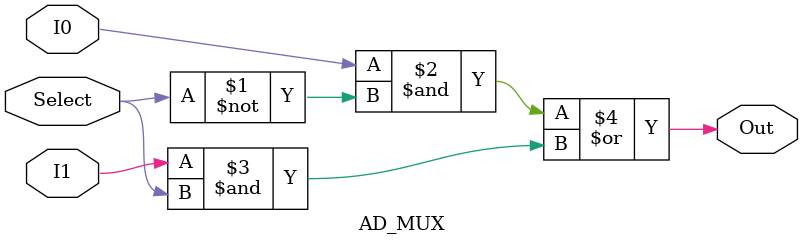
<source format=v>
module AD_MUX
(
	input I0,
	input I1,
	input Select,
	output Out
);

assign Out = (I0 & ~Select) | (I1 & Select);
endmodule

</source>
